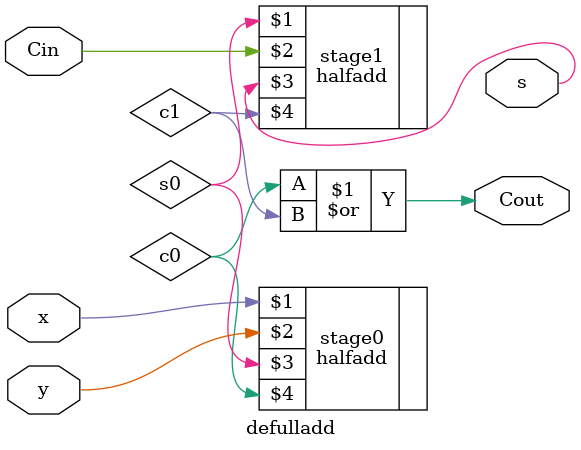
<source format=v>
`include "halfadd.v"
module defulladd(x,y,Cin,s,Cout);
input x,y,Cin;
output s,Cout;
halfadd stage0(x,y,s0,c0);
halfadd stage1(s0,Cin,s,c1);
assign Cout = (c0|c1);
endmodule

</source>
